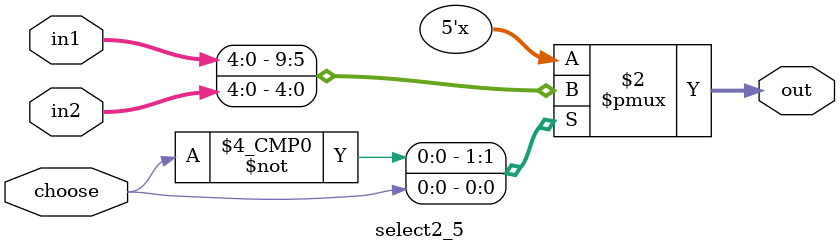
<source format=v>
module select2_5(
input [4:0] in1,
input [4:0] in2,
input choose,
output reg [4:0] out
);
always@(in1 or in2 or choose)
case(choose)
1'b0:out=in1;
1'b1:out=in2;
default:out=5'b0;
endcase
endmodule
</source>
